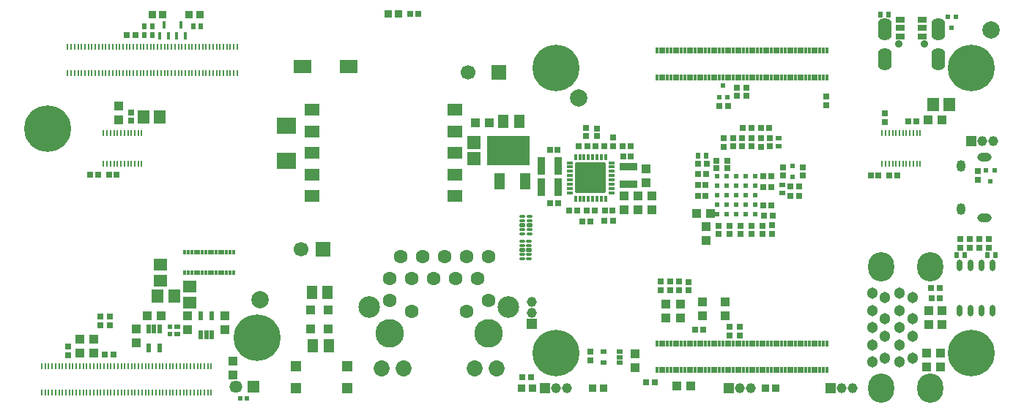
<source format=gbs>
G04*
G04 #@! TF.GenerationSoftware,Altium Limited,Altium Designer,21.3.2 (30)*
G04*
G04 Layer_Color=16711935*
%FSLAX44Y44*%
%MOMM*%
G71*
G04*
G04 #@! TF.SameCoordinates,F6AF6AA3-D760-431E-B483-83C9D8F16B82*
G04*
G04*
G04 #@! TF.FilePolarity,Negative*
G04*
G01*
G75*
%ADD77R,0.6516X0.7516*%
%ADD78R,0.7516X0.6516*%
%ADD79R,0.5516X0.6516*%
%ADD82R,0.9016X0.9016*%
%ADD84R,1.1016X1.0016*%
%ADD86R,0.7216X0.7216*%
%ADD87R,0.7216X0.7216*%
%ADD88R,1.0016X1.1016*%
%ADD112R,1.3016X1.3016*%
%ADD113R,1.2516X1.9016*%
%ADD114R,1.2516X1.5516*%
%ADD118R,1.6016X1.4016*%
%ADD119R,0.4016X0.8116*%
%ADD122R,0.6516X0.5516*%
%ADD123C,2.0000*%
%ADD125R,1.1516X1.5016*%
%ADD136C,1.3016*%
%ADD137O,3.0016X3.4016*%
%ADD138O,1.0516X1.3516*%
%ADD139O,1.6516X1.0016*%
%ADD140R,1.1516X1.1516*%
%ADD141C,1.1516*%
%ADD142R,1.1516X1.1516*%
%ADD143C,1.4696*%
%ADD144R,1.4696X1.4696*%
%ADD145C,0.9116*%
%ADD146O,1.6016X2.6516*%
%ADD147C,5.4000*%
%ADD148C,0.5080*%
%ADD149C,1.7000*%
%ADD150R,1.7000X1.7000*%
%ADD151C,1.6016*%
%ADD152C,1.8516*%
%ADD153C,3.3016*%
%ADD154C,2.5016*%
%ADD155C,0.1016*%
%ADD156C,0.6016*%
%ADD157C,0.6080*%
%ADD228R,0.5016X0.5816*%
%ADD229R,0.2816X0.8016*%
G04:AMPARAMS|DCode=230|XSize=3.59mm|YSize=3.59mm|CornerRadius=0.1563mm|HoleSize=0mm|Usage=FLASHONLY|Rotation=90.000|XOffset=0mm|YOffset=0mm|HoleType=Round|Shape=RoundedRectangle|*
%AMROUNDEDRECTD230*
21,1,3.5900,3.2775,0,0,90.0*
21,1,3.2775,3.5900,0,0,90.0*
1,1,0.3125,1.6388,1.6388*
1,1,0.3125,1.6388,-1.6388*
1,1,0.3125,-1.6388,-1.6388*
1,1,0.3125,-1.6388,1.6388*
%
%ADD230ROUNDEDRECTD230*%
G04:AMPARAMS|DCode=231|XSize=0.39mm|YSize=0.74mm|CornerRadius=0.1013mm|HoleSize=0mm|Usage=FLASHONLY|Rotation=0.000|XOffset=0mm|YOffset=0mm|HoleType=Round|Shape=RoundedRectangle|*
%AMROUNDEDRECTD231*
21,1,0.3900,0.5375,0,0,0.0*
21,1,0.1875,0.7400,0,0,0.0*
1,1,0.2025,0.0938,-0.2688*
1,1,0.2025,-0.0938,-0.2688*
1,1,0.2025,-0.0938,0.2688*
1,1,0.2025,0.0938,0.2688*
%
%ADD231ROUNDEDRECTD231*%
G04:AMPARAMS|DCode=232|XSize=0.39mm|YSize=0.74mm|CornerRadius=0.1013mm|HoleSize=0mm|Usage=FLASHONLY|Rotation=90.000|XOffset=0mm|YOffset=0mm|HoleType=Round|Shape=RoundedRectangle|*
%AMROUNDEDRECTD232*
21,1,0.3900,0.5375,0,0,90.0*
21,1,0.1875,0.7400,0,0,90.0*
1,1,0.2025,0.2688,0.0938*
1,1,0.2025,0.2688,-0.0938*
1,1,0.2025,-0.2688,-0.0938*
1,1,0.2025,-0.2688,0.0938*
%
%ADD232ROUNDEDRECTD232*%
%ADD233R,0.5000X1.0000*%
%ADD234R,0.9016X2.1016*%
%ADD235R,0.3200X0.6000*%
%ADD236R,0.3016X0.8016*%
%ADD237R,1.6516X1.3716*%
%ADD238R,1.1016X1.1016*%
%ADD239R,2.2606X1.8796*%
%ADD240R,1.5016X1.4916*%
%ADD241R,4.9616X3.4616*%
%ADD242R,0.7000X0.5200*%
G04:AMPARAMS|DCode=243|XSize=0.34mm|YSize=0.705mm|CornerRadius=0.12mm|HoleSize=0mm|Usage=FLASHONLY|Rotation=90.000|XOffset=0mm|YOffset=0mm|HoleType=Round|Shape=RoundedRectangle|*
%AMROUNDEDRECTD243*
21,1,0.3400,0.4650,0,0,90.0*
21,1,0.1000,0.7050,0,0,90.0*
1,1,0.2400,0.2325,0.0500*
1,1,0.2400,0.2325,-0.0500*
1,1,0.2400,-0.2325,-0.0500*
1,1,0.2400,-0.2325,0.0500*
%
%ADD243ROUNDEDRECTD243*%
G04:AMPARAMS|DCode=244|XSize=0.54mm|YSize=0.705mm|CornerRadius=0.12mm|HoleSize=0mm|Usage=FLASHONLY|Rotation=90.000|XOffset=0mm|YOffset=0mm|HoleType=Round|Shape=RoundedRectangle|*
%AMROUNDEDRECTD244*
21,1,0.5400,0.4650,0,0,90.0*
21,1,0.3000,0.7050,0,0,90.0*
1,1,0.2400,0.2325,0.1500*
1,1,0.2400,0.2325,-0.1500*
1,1,0.2400,-0.2325,-0.1500*
1,1,0.2400,-0.2325,0.1500*
%
%ADD244ROUNDEDRECTD244*%
%ADD245R,2.1016X1.6016*%
%ADD246R,0.2500X0.7500*%
%ADD247R,1.4016X1.6016*%
%ADD248R,1.1016X0.7016*%
%ADD249R,0.5016X0.6116*%
%ADD250R,0.6216X0.6216*%
%ADD251R,2.1016X0.9016*%
%ADD252R,0.6216X0.6216*%
%ADD253O,0.6516X1.3516*%
D77*
X104046Y57912D02*
D03*
X114046D02*
D03*
X671140Y299399D02*
D03*
X681140D02*
D03*
X670646Y224859D02*
D03*
X660646D02*
D03*
X661501Y299789D02*
D03*
X651501D02*
D03*
X702136Y299466D02*
D03*
X712136D02*
D03*
X841074Y320294D02*
D03*
X851074D02*
D03*
X906192Y252984D02*
D03*
X896192D02*
D03*
X865966Y219202D02*
D03*
X875966D02*
D03*
X896526Y242062D02*
D03*
X906526D02*
D03*
X799726Y278972D02*
D03*
X789726D02*
D03*
X739502Y26200D02*
D03*
X729502D02*
D03*
X681621Y212852D02*
D03*
X691621D02*
D03*
X814084Y346240D02*
D03*
X824084D02*
D03*
X129029Y427794D02*
D03*
X139029D02*
D03*
X456600Y452650D02*
D03*
X466600D02*
D03*
X596850Y31950D02*
D03*
X586850D02*
D03*
X1059226Y135002D02*
D03*
X1069226D02*
D03*
D78*
X61976Y66976D02*
D03*
Y56976D02*
D03*
X1005774Y327698D02*
D03*
Y337698D02*
D03*
X109728Y91948D02*
D03*
Y101948D02*
D03*
X98552Y91854D02*
D03*
Y101854D02*
D03*
X887700Y275100D02*
D03*
Y265100D02*
D03*
X691642Y309292D02*
D03*
Y299292D02*
D03*
X875538Y197946D02*
D03*
Y207946D02*
D03*
X819510Y298900D02*
D03*
Y308900D02*
D03*
X830072Y298958D02*
D03*
Y308958D02*
D03*
X851662Y298958D02*
D03*
Y308958D02*
D03*
X665416Y51120D02*
D03*
Y61120D02*
D03*
X757200Y142500D02*
D03*
Y132500D02*
D03*
X937514Y346536D02*
D03*
Y356536D02*
D03*
X746300Y142600D02*
D03*
Y132600D02*
D03*
X767950Y132350D02*
D03*
Y142350D02*
D03*
X778600Y132200D02*
D03*
Y142200D02*
D03*
X838300Y80352D02*
D03*
Y90352D02*
D03*
X825795D02*
D03*
Y80352D02*
D03*
X834324Y367496D02*
D03*
Y357496D02*
D03*
X845500Y367496D02*
D03*
Y357496D02*
D03*
X1112774Y260684D02*
D03*
Y270684D02*
D03*
X872744Y298958D02*
D03*
Y308958D02*
D03*
X1115000Y182000D02*
D03*
Y192000D02*
D03*
X1104000Y182000D02*
D03*
Y192000D02*
D03*
X1126000Y182000D02*
D03*
Y192000D02*
D03*
X1093000Y182000D02*
D03*
Y192000D02*
D03*
X840740Y298958D02*
D03*
Y308958D02*
D03*
X862359Y298917D02*
D03*
Y308917D02*
D03*
D79*
X149550Y427850D02*
D03*
X158550D02*
D03*
X789893Y288672D02*
D03*
X798893D02*
D03*
X158550Y437950D02*
D03*
X149550D02*
D03*
X1009700Y451900D02*
D03*
X1000700D02*
D03*
X206050Y438350D02*
D03*
X215050D02*
D03*
X1133500Y173000D02*
D03*
X1124500D02*
D03*
X1088500D02*
D03*
X1097500D02*
D03*
D82*
X598438Y19450D02*
D03*
X585938D02*
D03*
X668120D02*
D03*
X680620D02*
D03*
X879700D02*
D03*
X867200D02*
D03*
X431150Y452750D02*
D03*
X443650D02*
D03*
X158600Y451850D02*
D03*
X171100D02*
D03*
X213650Y452150D02*
D03*
X201150D02*
D03*
D84*
X90932Y59818D02*
D03*
Y75818D02*
D03*
X75184Y59564D02*
D03*
Y75564D02*
D03*
X720614Y225625D02*
D03*
Y241625D02*
D03*
X729234Y273048D02*
D03*
Y257048D02*
D03*
X736550Y225581D02*
D03*
Y241581D02*
D03*
X704596Y225808D02*
D03*
Y241808D02*
D03*
X799338Y190120D02*
D03*
Y206120D02*
D03*
X252476Y50672D02*
D03*
Y34672D02*
D03*
X119822Y329858D02*
D03*
Y345858D02*
D03*
X769250Y116400D02*
D03*
Y100400D02*
D03*
X752200Y116400D02*
D03*
Y100400D02*
D03*
X716900Y42750D02*
D03*
Y58750D02*
D03*
X199863Y87227D02*
D03*
Y103227D02*
D03*
X139980Y71604D02*
D03*
Y87604D02*
D03*
X242570Y103227D02*
D03*
Y87227D02*
D03*
X794990Y102616D02*
D03*
Y118616D02*
D03*
X821089D02*
D03*
Y102616D02*
D03*
D86*
X871584Y320294D02*
D03*
X862584D02*
D03*
X690901Y224859D02*
D03*
X681901D02*
D03*
X618474Y295217D02*
D03*
X627473D02*
D03*
X640572Y224859D02*
D03*
X649572D02*
D03*
X618727Y233495D02*
D03*
X627728D02*
D03*
X874006Y251762D02*
D03*
X865006D02*
D03*
X789830Y267462D02*
D03*
X798830D02*
D03*
X789576Y242062D02*
D03*
X798576D02*
D03*
X789576Y254762D02*
D03*
X798576D02*
D03*
X874450Y230886D02*
D03*
X865450D02*
D03*
X87194Y265938D02*
D03*
X96194D02*
D03*
X117784Y265938D02*
D03*
X108784D02*
D03*
X1041908Y327914D02*
D03*
X1032908D02*
D03*
X998148Y265430D02*
D03*
X989148D02*
D03*
X1010992Y265430D02*
D03*
X1019992D02*
D03*
X786254Y86840D02*
D03*
X795254D02*
D03*
X873942Y264414D02*
D03*
X864942D02*
D03*
X656226Y212090D02*
D03*
X665226D02*
D03*
X712144Y287274D02*
D03*
X703144D02*
D03*
X1068750Y123300D02*
D03*
X1059750D02*
D03*
D87*
X672838Y320083D02*
D03*
Y311083D02*
D03*
X660137Y320337D02*
D03*
Y311337D02*
D03*
X910439Y265764D02*
D03*
Y274764D02*
D03*
X838708Y198120D02*
D03*
Y207120D02*
D03*
X864108Y198192D02*
D03*
Y207192D02*
D03*
X826262Y198120D02*
D03*
Y207120D02*
D03*
X823520Y282762D02*
D03*
Y273762D02*
D03*
X813562Y198120D02*
D03*
Y207120D02*
D03*
X810985Y282762D02*
D03*
Y273762D02*
D03*
X134046Y329294D02*
D03*
Y338294D02*
D03*
X851408Y198192D02*
D03*
Y207192D02*
D03*
D88*
X1056000Y93000D02*
D03*
X1072000D02*
D03*
X1069623Y43953D02*
D03*
X1053623D02*
D03*
X1069763Y59880D02*
D03*
X1053763D02*
D03*
X804036Y221234D02*
D03*
X788036D02*
D03*
X532192Y326752D02*
D03*
X548192D02*
D03*
X1055624Y329438D02*
D03*
X1071624D02*
D03*
X765350Y21450D02*
D03*
X781350D02*
D03*
X153163Y103064D02*
D03*
X169163D02*
D03*
X1056000Y109000D02*
D03*
X1072000D02*
D03*
D112*
X383764Y19288D02*
D03*
Y44288D02*
D03*
X324764Y19288D02*
D03*
Y44288D02*
D03*
D113*
X559990Y259118D02*
D03*
X589990D02*
D03*
D114*
X344756Y67856D02*
D03*
X362756D02*
D03*
X343232Y129832D02*
D03*
X361232D02*
D03*
D118*
X202509Y117805D02*
D03*
Y136805D02*
D03*
X168092Y162321D02*
D03*
Y143321D02*
D03*
D119*
X177211Y427326D02*
D03*
X167211D02*
D03*
X172211Y439526D02*
D03*
X196950Y427500D02*
D03*
X186950D02*
D03*
X191950Y439700D02*
D03*
D122*
X886968Y254254D02*
D03*
Y245254D02*
D03*
X882639Y299582D02*
D03*
Y308582D02*
D03*
X187458Y81633D02*
D03*
Y90633D02*
D03*
D123*
X1128630Y434347D02*
D03*
X283000Y121400D02*
D03*
X651543Y355385D02*
D03*
D125*
X583474Y328206D02*
D03*
X564474D02*
D03*
D136*
X990848Y69192D02*
D03*
Y89192D02*
D03*
Y109192D02*
D03*
Y49192D02*
D03*
Y129192D02*
D03*
X1005848Y99192D02*
D03*
Y79192D02*
D03*
Y124192D02*
D03*
Y54192D02*
D03*
X1022848Y69192D02*
D03*
Y89192D02*
D03*
Y109192D02*
D03*
Y49192D02*
D03*
Y129192D02*
D03*
X1037848Y99192D02*
D03*
Y79192D02*
D03*
Y124192D02*
D03*
Y54192D02*
D03*
D137*
X1057848Y18742D02*
D03*
Y159642D02*
D03*
X1001048D02*
D03*
Y18742D02*
D03*
D138*
X1093981Y276471D02*
D03*
Y226471D02*
D03*
D139*
X1120981Y286471D02*
D03*
Y216471D02*
D03*
D140*
X597650Y93850D02*
D03*
D141*
Y106550D02*
D03*
Y119250D02*
D03*
X625094Y19050D02*
D03*
X637794D02*
D03*
X956056D02*
D03*
X968756D02*
D03*
X838200D02*
D03*
X850900D02*
D03*
X1118362Y305308D02*
D03*
X1131062D02*
D03*
D142*
X612394Y19050D02*
D03*
X943356D02*
D03*
X825500D02*
D03*
X1105662Y305308D02*
D03*
D143*
X255844Y20828D02*
D03*
D144*
X275844D02*
D03*
D145*
X1021509Y417692D02*
D03*
X1051509D02*
D03*
D146*
X1067509Y434492D02*
D03*
X1005509D02*
D03*
Y400392D02*
D03*
X1067509D02*
D03*
D147*
X625312Y390082D02*
D03*
X1105312Y60082D02*
D03*
X38012Y319923D02*
D03*
X280012Y77923D02*
D03*
X1105312Y390082D02*
D03*
X625312Y60082D02*
D03*
D148*
X680216Y262787D02*
D03*
X650716D02*
D03*
X665466Y277537D02*
D03*
Y248037D02*
D03*
D149*
X330842Y179870D02*
D03*
X524216Y384594D02*
D03*
D150*
X355842Y179870D02*
D03*
X559216Y384594D02*
D03*
D151*
X534604Y145888D02*
D03*
X509204D02*
D03*
X483804D02*
D03*
X458404D02*
D03*
X433004D02*
D03*
X445704Y171288D02*
D03*
X471104D02*
D03*
X496504D02*
D03*
X521904D02*
D03*
X547304D02*
D03*
X433004Y120688D02*
D03*
X458404Y107988D02*
D03*
X521904D02*
D03*
X547304Y120688D02*
D03*
D152*
X423854Y41788D02*
D03*
X449254D02*
D03*
X531054D02*
D03*
X556454D02*
D03*
D153*
X433004Y82388D02*
D03*
X547304D02*
D03*
D154*
X409509Y112888D02*
D03*
X570799D02*
D03*
D155*
X1132021Y89231D02*
D03*
X15039Y285777D02*
D03*
D156*
X811506Y220762D02*
D03*
X811506Y231762D02*
D03*
X811506Y242762D02*
D03*
X811506Y253762D02*
D03*
X811506Y264762D02*
D03*
X822506Y220762D02*
D03*
Y231762D02*
D03*
X822506Y242762D02*
D03*
X822506Y253762D02*
D03*
Y264762D02*
D03*
X833506Y220762D02*
D03*
Y231762D02*
D03*
Y242762D02*
D03*
Y253762D02*
D03*
Y264762D02*
D03*
X844506Y220762D02*
D03*
Y231762D02*
D03*
X844506Y242762D02*
D03*
X844506Y253762D02*
D03*
Y264762D02*
D03*
X855506Y220762D02*
D03*
X855506Y231762D02*
D03*
X855506Y242762D02*
D03*
X855506Y253762D02*
D03*
X855506Y264762D02*
D03*
D157*
X604562Y390082D02*
D03*
X646062D02*
D03*
X625312Y369332D02*
D03*
Y410832D02*
D03*
X1084562Y60082D02*
D03*
X1126062D02*
D03*
X1105312Y39332D02*
D03*
Y80832D02*
D03*
X17262Y319923D02*
D03*
X58762D02*
D03*
X38012Y299173D02*
D03*
Y340673D02*
D03*
X259262Y77923D02*
D03*
X300762D02*
D03*
X280012Y57173D02*
D03*
Y98673D02*
D03*
X1126062Y390082D02*
D03*
X1084562D02*
D03*
X1105312Y410832D02*
D03*
Y369332D02*
D03*
X646062Y60082D02*
D03*
X604562D02*
D03*
X625312Y80832D02*
D03*
Y39332D02*
D03*
D228*
X898700Y276900D02*
D03*
Y263700D02*
D03*
D229*
X61012Y383942D02*
D03*
X65012D02*
D03*
X69012D02*
D03*
X73012D02*
D03*
X77012D02*
D03*
X81012D02*
D03*
X85012D02*
D03*
X89012D02*
D03*
X93012D02*
D03*
X97012D02*
D03*
X101012D02*
D03*
X105012D02*
D03*
X109012D02*
D03*
X113012D02*
D03*
X117012D02*
D03*
X121012D02*
D03*
X125012D02*
D03*
X129012D02*
D03*
X133012D02*
D03*
X137012D02*
D03*
X141012D02*
D03*
X145012D02*
D03*
X149012D02*
D03*
X153012D02*
D03*
X157012D02*
D03*
X161012D02*
D03*
X165012D02*
D03*
X169012D02*
D03*
X173012D02*
D03*
X177012D02*
D03*
X181012D02*
D03*
X185012D02*
D03*
X189012D02*
D03*
X193012D02*
D03*
X197012D02*
D03*
X201012D02*
D03*
X205012D02*
D03*
X209012D02*
D03*
X213012D02*
D03*
X217012D02*
D03*
X221012D02*
D03*
X225012D02*
D03*
X229012D02*
D03*
X233012D02*
D03*
X237012D02*
D03*
X241012D02*
D03*
X245012D02*
D03*
X249012D02*
D03*
X253012D02*
D03*
X257012D02*
D03*
X61012Y414742D02*
D03*
X65012D02*
D03*
X69012D02*
D03*
X73012D02*
D03*
X77012D02*
D03*
X81012D02*
D03*
X85012D02*
D03*
X89012D02*
D03*
X93012D02*
D03*
X97012D02*
D03*
X101012D02*
D03*
X105012D02*
D03*
X109012D02*
D03*
X113012D02*
D03*
X117012D02*
D03*
X121012D02*
D03*
X125012D02*
D03*
X129012D02*
D03*
X133012D02*
D03*
X137012D02*
D03*
X141012D02*
D03*
X145012D02*
D03*
X149012D02*
D03*
X153012D02*
D03*
X157012D02*
D03*
X161012D02*
D03*
X165012D02*
D03*
X169012D02*
D03*
X173012D02*
D03*
X177012D02*
D03*
X181012D02*
D03*
X185012D02*
D03*
X189012D02*
D03*
X193012D02*
D03*
X197012D02*
D03*
X201012D02*
D03*
X205012D02*
D03*
X209012D02*
D03*
X213012D02*
D03*
X217012D02*
D03*
X221012D02*
D03*
X225012D02*
D03*
X229012D02*
D03*
X233012D02*
D03*
X237012D02*
D03*
X241012D02*
D03*
X245012D02*
D03*
X249012D02*
D03*
X253012D02*
D03*
X257012D02*
D03*
X31012Y13942D02*
D03*
X35012D02*
D03*
X39012D02*
D03*
X43012D02*
D03*
X47012D02*
D03*
X51012D02*
D03*
X55012D02*
D03*
X59012D02*
D03*
X63012D02*
D03*
X67012D02*
D03*
X71012D02*
D03*
X75012D02*
D03*
X79012D02*
D03*
X83012D02*
D03*
X87012D02*
D03*
X91012D02*
D03*
X95012D02*
D03*
X99012D02*
D03*
X103012D02*
D03*
X107012D02*
D03*
X111012D02*
D03*
X115012D02*
D03*
X119012D02*
D03*
X123012D02*
D03*
X127012D02*
D03*
X131012D02*
D03*
X135012D02*
D03*
X139012D02*
D03*
X143012D02*
D03*
X147012D02*
D03*
X151012D02*
D03*
X155012D02*
D03*
X159012D02*
D03*
X163012D02*
D03*
X167012D02*
D03*
X171012D02*
D03*
X175012D02*
D03*
X179012D02*
D03*
X183012D02*
D03*
X187012D02*
D03*
X191012D02*
D03*
X195012D02*
D03*
X199012D02*
D03*
X203012D02*
D03*
X207012D02*
D03*
X211012D02*
D03*
X215012D02*
D03*
X219012D02*
D03*
X223012D02*
D03*
X227012D02*
D03*
X31012Y44742D02*
D03*
X35012D02*
D03*
X39012D02*
D03*
X43012D02*
D03*
X47012D02*
D03*
X51012D02*
D03*
X55012D02*
D03*
X59012D02*
D03*
X63012D02*
D03*
X67012D02*
D03*
X71012D02*
D03*
X75012D02*
D03*
X79012D02*
D03*
X83012D02*
D03*
X87012D02*
D03*
X91012D02*
D03*
X95012D02*
D03*
X99012D02*
D03*
X103012D02*
D03*
X107012D02*
D03*
X111012D02*
D03*
X115012D02*
D03*
X119012D02*
D03*
X123012D02*
D03*
X127012D02*
D03*
X131012D02*
D03*
X135012D02*
D03*
X139012D02*
D03*
X143012D02*
D03*
X147012D02*
D03*
X151012D02*
D03*
X155012D02*
D03*
X159012D02*
D03*
X163012D02*
D03*
X167012D02*
D03*
X171012D02*
D03*
X175012D02*
D03*
X179012D02*
D03*
X183012D02*
D03*
X187012D02*
D03*
X191012D02*
D03*
X195012D02*
D03*
X199012D02*
D03*
X203012D02*
D03*
X207012D02*
D03*
X211012D02*
D03*
X215012D02*
D03*
X219012D02*
D03*
X223012D02*
D03*
X227012D02*
D03*
D230*
X665466Y262787D02*
D03*
D231*
X682966Y238787D02*
D03*
X677966D02*
D03*
X672966D02*
D03*
X667966D02*
D03*
X662966D02*
D03*
X657966D02*
D03*
X652966D02*
D03*
X647966D02*
D03*
Y286787D02*
D03*
X652966D02*
D03*
X657966D02*
D03*
X662966D02*
D03*
X667966D02*
D03*
X672966D02*
D03*
X677966D02*
D03*
X682966D02*
D03*
D232*
X641466Y245287D02*
D03*
Y250287D02*
D03*
Y255287D02*
D03*
Y260287D02*
D03*
Y265287D02*
D03*
Y270287D02*
D03*
Y275287D02*
D03*
Y280287D02*
D03*
X689466D02*
D03*
Y275287D02*
D03*
Y270287D02*
D03*
Y265287D02*
D03*
Y260287D02*
D03*
Y255287D02*
D03*
Y250287D02*
D03*
Y245287D02*
D03*
D233*
X214734Y103227D02*
D03*
Y81227D02*
D03*
X227734Y103227D02*
D03*
Y81227D02*
D03*
X221234D02*
D03*
X167480Y65604D02*
D03*
Y87604D02*
D03*
X154480Y65604D02*
D03*
Y87604D02*
D03*
X160980D02*
D03*
D234*
X608307Y276675D02*
D03*
X628307D02*
D03*
X608307Y252037D02*
D03*
X628307D02*
D03*
D235*
X232570Y152786D02*
D03*
X236570D02*
D03*
X252570Y176786D02*
D03*
X248570D02*
D03*
X244570D02*
D03*
X240570D02*
D03*
X236570D02*
D03*
X232570D02*
D03*
X228570D02*
D03*
X224570D02*
D03*
X220570D02*
D03*
X216570D02*
D03*
X212570D02*
D03*
X208570D02*
D03*
X204570D02*
D03*
X200570D02*
D03*
X196570D02*
D03*
Y152786D02*
D03*
X200570D02*
D03*
X204570D02*
D03*
X208570D02*
D03*
X212570D02*
D03*
X216570D02*
D03*
X220570D02*
D03*
X224570D02*
D03*
X228570D02*
D03*
X240570D02*
D03*
X244570D02*
D03*
X248570D02*
D03*
X252570D02*
D03*
D236*
X938312Y379282D02*
D03*
Y410082D02*
D03*
X934312Y379282D02*
D03*
Y410082D02*
D03*
X930312Y379282D02*
D03*
Y410082D02*
D03*
X926312Y379282D02*
D03*
Y410082D02*
D03*
X922312Y379282D02*
D03*
Y410082D02*
D03*
X918312Y379282D02*
D03*
Y410082D02*
D03*
X914312Y379282D02*
D03*
Y410082D02*
D03*
X910312Y379282D02*
D03*
Y410082D02*
D03*
X906312Y379282D02*
D03*
Y410082D02*
D03*
X902312Y379282D02*
D03*
Y410082D02*
D03*
X898312Y379282D02*
D03*
Y410082D02*
D03*
X894312Y379282D02*
D03*
Y410082D02*
D03*
X890312Y379282D02*
D03*
Y410082D02*
D03*
X886312Y379282D02*
D03*
Y410082D02*
D03*
X882312Y379282D02*
D03*
Y410082D02*
D03*
X878312Y379282D02*
D03*
Y410082D02*
D03*
X874312Y379282D02*
D03*
Y410082D02*
D03*
X870312Y379282D02*
D03*
Y410082D02*
D03*
X866312Y379282D02*
D03*
Y410082D02*
D03*
X862312Y379282D02*
D03*
Y410082D02*
D03*
X858312Y379282D02*
D03*
Y410082D02*
D03*
X854312Y379282D02*
D03*
Y410082D02*
D03*
X850312Y379282D02*
D03*
Y410082D02*
D03*
X846312Y379282D02*
D03*
Y410082D02*
D03*
X842312Y379282D02*
D03*
Y410082D02*
D03*
X838312Y379282D02*
D03*
Y410082D02*
D03*
X834312Y379282D02*
D03*
Y410082D02*
D03*
X830312Y379282D02*
D03*
Y410082D02*
D03*
X826312Y379282D02*
D03*
Y410082D02*
D03*
X822312Y379282D02*
D03*
Y410082D02*
D03*
X818312Y379282D02*
D03*
Y410082D02*
D03*
X814312Y379282D02*
D03*
Y410082D02*
D03*
X810312Y379282D02*
D03*
Y410082D02*
D03*
X806312Y379282D02*
D03*
Y410082D02*
D03*
X802312Y379282D02*
D03*
Y410082D02*
D03*
X798312Y379282D02*
D03*
Y410082D02*
D03*
X794312Y379282D02*
D03*
Y410082D02*
D03*
X790312Y379282D02*
D03*
Y410082D02*
D03*
X786312Y379282D02*
D03*
Y410082D02*
D03*
X782312Y379282D02*
D03*
Y410082D02*
D03*
X778312Y379282D02*
D03*
Y410082D02*
D03*
X774312Y379282D02*
D03*
Y410082D02*
D03*
X770312Y379282D02*
D03*
Y410082D02*
D03*
X766312Y379282D02*
D03*
Y410082D02*
D03*
X762312Y379282D02*
D03*
Y410082D02*
D03*
X758312Y379282D02*
D03*
Y410082D02*
D03*
X754312Y379282D02*
D03*
Y410082D02*
D03*
X750312Y379282D02*
D03*
Y410082D02*
D03*
X746312Y379282D02*
D03*
Y410082D02*
D03*
X742312Y379282D02*
D03*
Y410082D02*
D03*
X938310Y40086D02*
D03*
Y70886D02*
D03*
X934310Y40086D02*
D03*
Y70886D02*
D03*
X930310Y40086D02*
D03*
Y70886D02*
D03*
X926310Y40086D02*
D03*
Y70886D02*
D03*
X922310Y40086D02*
D03*
Y70886D02*
D03*
X918310Y40086D02*
D03*
Y70886D02*
D03*
X914310Y40086D02*
D03*
Y70886D02*
D03*
X910310Y40086D02*
D03*
Y70886D02*
D03*
X906310Y40086D02*
D03*
Y70886D02*
D03*
X902310Y40086D02*
D03*
Y70886D02*
D03*
X898310Y40086D02*
D03*
Y70886D02*
D03*
X894310Y40086D02*
D03*
Y70886D02*
D03*
X890310Y40086D02*
D03*
Y70886D02*
D03*
X886310Y40086D02*
D03*
Y70886D02*
D03*
X882310Y40086D02*
D03*
Y70886D02*
D03*
X878310Y40086D02*
D03*
Y70886D02*
D03*
X874310Y40086D02*
D03*
Y70886D02*
D03*
X870310Y40086D02*
D03*
Y70886D02*
D03*
X866310Y40086D02*
D03*
Y70886D02*
D03*
X862310Y40086D02*
D03*
Y70886D02*
D03*
X858310Y40086D02*
D03*
Y70886D02*
D03*
X854310Y40086D02*
D03*
Y70886D02*
D03*
X850310Y40086D02*
D03*
Y70886D02*
D03*
X846310Y40086D02*
D03*
Y70886D02*
D03*
X842310Y40086D02*
D03*
Y70886D02*
D03*
X838310Y40086D02*
D03*
Y70886D02*
D03*
X834310Y40086D02*
D03*
Y70886D02*
D03*
X830310Y40086D02*
D03*
Y70886D02*
D03*
X826310Y40086D02*
D03*
Y70886D02*
D03*
X822310Y40086D02*
D03*
Y70886D02*
D03*
X818310Y40086D02*
D03*
Y70886D02*
D03*
X814310Y40086D02*
D03*
Y70886D02*
D03*
X810310Y40086D02*
D03*
Y70886D02*
D03*
X806310Y40086D02*
D03*
Y70886D02*
D03*
X802310Y40086D02*
D03*
Y70886D02*
D03*
X798310Y40086D02*
D03*
Y70886D02*
D03*
X794310Y40086D02*
D03*
Y70886D02*
D03*
X790310Y40086D02*
D03*
Y70886D02*
D03*
X786310Y40086D02*
D03*
Y70886D02*
D03*
X782310Y40086D02*
D03*
Y70886D02*
D03*
X778310Y40086D02*
D03*
Y70886D02*
D03*
X774310Y40086D02*
D03*
Y70886D02*
D03*
X770310Y40086D02*
D03*
Y70886D02*
D03*
X766310Y40086D02*
D03*
Y70886D02*
D03*
X762310Y40086D02*
D03*
Y70886D02*
D03*
X758310Y40086D02*
D03*
Y70886D02*
D03*
X754310Y40086D02*
D03*
Y70886D02*
D03*
X750310Y40086D02*
D03*
Y70886D02*
D03*
X746310Y40086D02*
D03*
Y70886D02*
D03*
X742310Y40086D02*
D03*
Y70886D02*
D03*
D237*
X508588Y341592D02*
D03*
Y316592D02*
D03*
Y291592D02*
D03*
Y266592D02*
D03*
Y241592D02*
D03*
X343088Y341592D02*
D03*
Y316592D02*
D03*
Y291592D02*
D03*
Y266592D02*
D03*
Y241592D02*
D03*
D238*
X361884Y109336D02*
D03*
Y87336D02*
D03*
X342072Y109336D02*
D03*
Y87336D02*
D03*
D239*
X314132Y323126D02*
D03*
Y282486D02*
D03*
D240*
X530936Y285294D02*
D03*
Y303694D02*
D03*
D241*
X570756Y294494D02*
D03*
D242*
X699300Y54850D02*
D03*
Y61350D02*
D03*
X680300D02*
D03*
X699300Y48350D02*
D03*
X680300D02*
D03*
D243*
X594515Y169272D02*
D03*
Y174272D02*
D03*
Y184272D02*
D03*
Y189272D02*
D03*
X586165D02*
D03*
Y184272D02*
D03*
Y174272D02*
D03*
Y169272D02*
D03*
X586420Y217890D02*
D03*
Y212890D02*
D03*
Y202890D02*
D03*
Y197890D02*
D03*
X594770D02*
D03*
Y202890D02*
D03*
Y212890D02*
D03*
Y217890D02*
D03*
D244*
X594515Y179272D02*
D03*
X586165D02*
D03*
X586420Y207890D02*
D03*
X594770D02*
D03*
D245*
X386156Y391414D02*
D03*
X332156D02*
D03*
D246*
X146566Y314686D02*
D03*
X142566D02*
D03*
X138566D02*
D03*
X134566D02*
D03*
X130566D02*
D03*
X126566D02*
D03*
X122566D02*
D03*
X118566D02*
D03*
X114566D02*
D03*
X110566D02*
D03*
X106566D02*
D03*
X102566D02*
D03*
X146566Y279186D02*
D03*
X142566D02*
D03*
X138566D02*
D03*
X134566D02*
D03*
X130566D02*
D03*
X126566D02*
D03*
X122566D02*
D03*
X118566D02*
D03*
X114566D02*
D03*
X110566D02*
D03*
X106566D02*
D03*
X102566D02*
D03*
X1046490Y314684D02*
D03*
X1042490D02*
D03*
X1038490D02*
D03*
X1034490D02*
D03*
X1030490D02*
D03*
X1026490D02*
D03*
X1022490D02*
D03*
X1018490D02*
D03*
X1014490D02*
D03*
X1010490D02*
D03*
X1006490D02*
D03*
X1002490D02*
D03*
X1046490Y279184D02*
D03*
X1042490D02*
D03*
X1038490D02*
D03*
X1034490D02*
D03*
X1030490D02*
D03*
X1026490D02*
D03*
X1022490D02*
D03*
X1018490D02*
D03*
X1014490D02*
D03*
X1010490D02*
D03*
X1006490D02*
D03*
X1002490D02*
D03*
D247*
X167488Y333248D02*
D03*
X148488D02*
D03*
X1080364Y347726D02*
D03*
X1061364D02*
D03*
X165252Y125476D02*
D03*
X184252D02*
D03*
D248*
X1023186Y445674D02*
D03*
Y436174D02*
D03*
Y426674D02*
D03*
X1049186Y445674D02*
D03*
Y436174D02*
D03*
Y426674D02*
D03*
D249*
X823830Y356250D02*
D03*
X813830D02*
D03*
X818830Y369250D02*
D03*
X1078050Y449350D02*
D03*
X1088050D02*
D03*
X1083050Y436350D02*
D03*
X1122760Y271422D02*
D03*
X1132760D02*
D03*
X1127760Y258422D02*
D03*
D250*
X260414Y7620D02*
D03*
X268414D02*
D03*
D251*
X709080Y255245D02*
D03*
Y275245D02*
D03*
D252*
X178867Y90133D02*
D03*
Y82133D02*
D03*
D253*
X1130046Y108624D02*
D03*
X1117346D02*
D03*
X1104646D02*
D03*
X1091946D02*
D03*
X1130046Y161124D02*
D03*
X1117346D02*
D03*
X1104646D02*
D03*
X1091946D02*
D03*
M02*

</source>
